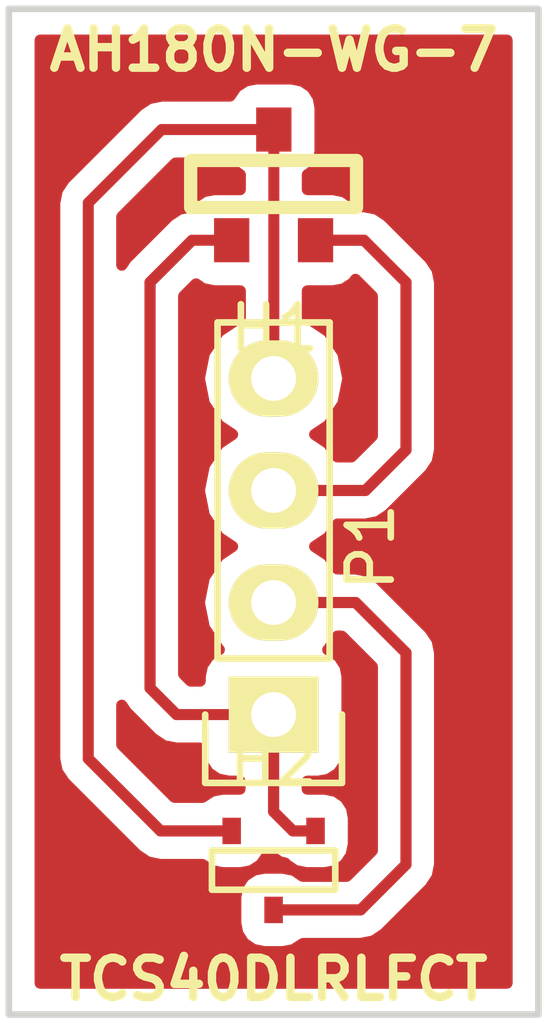
<source format=kicad_pcb>
(kicad_pcb (version 4) (host pcbnew 4.0.2-1.fc23-product)

  (general
    (links 6)
    (no_connects 0)
    (area 129.6 92.8 142.000001 116.000001)
    (thickness 1.6)
    (drawings 4)
    (tracks 25)
    (zones 0)
    (modules 3)
    (nets 5)
  )

  (page A4)
  (layers
    (0 F.Cu signal)
    (31 B.Cu signal)
    (32 B.Adhes user)
    (33 F.Adhes user)
    (34 B.Paste user)
    (35 F.Paste user)
    (36 B.SilkS user)
    (37 F.SilkS user)
    (38 B.Mask user)
    (39 F.Mask user)
    (40 Dwgs.User user)
    (41 Cmts.User user)
    (42 Eco1.User user)
    (43 Eco2.User user)
    (44 Edge.Cuts user)
    (45 Margin user)
    (46 B.CrtYd user)
    (47 F.CrtYd user)
    (48 B.Fab user)
    (49 F.Fab user)
  )

  (setup
    (last_trace_width 0.254)
    (trace_clearance 0.2)
    (zone_clearance 0.508)
    (zone_45_only no)
    (trace_min 0.1524)
    (segment_width 0.2)
    (edge_width 0.15)
    (via_size 0.6)
    (via_drill 0.4)
    (via_min_size 0.4)
    (via_min_drill 0.3)
    (uvia_size 0.3)
    (uvia_drill 0.1)
    (uvias_allowed no)
    (uvia_min_size 0)
    (uvia_min_drill 0)
    (pcb_text_width 0.3)
    (pcb_text_size 1.5 1.5)
    (mod_edge_width 0.15)
    (mod_text_size 1 1)
    (mod_text_width 0.15)
    (pad_size 1.524 1.524)
    (pad_drill 0.762)
    (pad_to_mask_clearance 0.2)
    (aux_axis_origin 0 0)
    (visible_elements FFFFFF7F)
    (pcbplotparams
      (layerselection 0x00030_80000001)
      (usegerberextensions false)
      (excludeedgelayer true)
      (linewidth 0.100000)
      (plotframeref false)
      (viasonmask false)
      (mode 1)
      (useauxorigin false)
      (hpglpennumber 1)
      (hpglpenspeed 20)
      (hpglpendiameter 15)
      (hpglpenoverlay 2)
      (psnegative false)
      (psa4output false)
      (plotreference true)
      (plotvalue true)
      (plotinvisibletext false)
      (padsonsilk false)
      (subtractmaskfromsilk false)
      (outputformat 1)
      (mirror false)
      (drillshape 1)
      (scaleselection 1)
      (outputdirectory ""))
  )

  (net 0 "")
  (net 1 VCC)
  (net 2 GND)
  (net 3 /AH180-OUT)
  (net 4 /TCS40-OUT)

  (net_class Default "This is the default net class."
    (clearance 0.2)
    (trace_width 0.254)
    (via_dia 0.6)
    (via_drill 0.4)
    (uvia_dia 0.3)
    (uvia_drill 0.1)
    (add_net /AH180-OUT)
    (add_net /TCS40-OUT)
    (add_net GND)
    (add_net VCC)
  )

  (module hall_effect_breakout:AH180N-WG-7 (layer F.Cu) (tedit 57F1F7C5) (tstamp 57F1C40A)
    (at 135.8 97.2)
    (path /57F18F20)
    (fp_text reference H1 (at 0.02032 3.04292) (layer F.SilkS)
      (effects (font (size 1 1) (thickness 0.15)))
    )
    (fp_text value AH180N-WG-7 (at 0.00508 -3.26644) (layer F.SilkS)
      (effects (font (size 0.889 0.889) (thickness 0.1905)))
    )
    (fp_line (start -1.8796 -0.762) (end -1.8796 0.3048) (layer F.SilkS) (width 0.3))
    (fp_line (start -1.8796 0.3048) (end 1.8796 0.3048) (layer F.SilkS) (width 0.3))
    (fp_line (start 1.8796 0.3048) (end 1.8796 -0.762) (layer F.SilkS) (width 0.3))
    (fp_line (start 1.8796 -0.762) (end -1.8796 -0.762) (layer F.SilkS) (width 0.3))
    (pad 1 smd rect (at -0.95 1.04648) (size 0.8 1) (layers F.Cu F.Paste F.Mask)
      (net 1 VCC))
    (pad 2 smd rect (at 0.00508 -1.46304) (size 0.8 1) (layers F.Cu F.Paste F.Mask)
      (net 2 GND))
    (pad 3 smd rect (at 0.95 1.04648) (size 0.8 1) (layers F.Cu F.Paste F.Mask)
      (net 3 /AH180-OUT))
  )

  (module Pin_Headers:Pin_Header_Straight_1x04 (layer F.Cu) (tedit 57F1F7D1) (tstamp 57F1C412)
    (at 135.8 109 180)
    (descr "Through hole pin header")
    (tags "pin header")
    (path /57F1B260)
    (fp_text reference P1 (at -2.2 3.8 270) (layer F.SilkS)
      (effects (font (size 1 1) (thickness 0.15)))
    )
    (fp_text value CONN_01X04 (at 4 5.4 270) (layer F.Fab) hide
      (effects (font (size 1 1) (thickness 0.15)))
    )
    (fp_line (start -1.75 -1.75) (end -1.75 9.4) (layer F.CrtYd) (width 0.05))
    (fp_line (start 1.75 -1.75) (end 1.75 9.4) (layer F.CrtYd) (width 0.05))
    (fp_line (start -1.75 -1.75) (end 1.75 -1.75) (layer F.CrtYd) (width 0.05))
    (fp_line (start -1.75 9.4) (end 1.75 9.4) (layer F.CrtYd) (width 0.05))
    (fp_line (start -1.27 1.27) (end -1.27 8.89) (layer F.SilkS) (width 0.15))
    (fp_line (start 1.27 1.27) (end 1.27 8.89) (layer F.SilkS) (width 0.15))
    (fp_line (start 1.55 -1.55) (end 1.55 0) (layer F.SilkS) (width 0.15))
    (fp_line (start -1.27 8.89) (end 1.27 8.89) (layer F.SilkS) (width 0.15))
    (fp_line (start 1.27 1.27) (end -1.27 1.27) (layer F.SilkS) (width 0.15))
    (fp_line (start -1.55 0) (end -1.55 -1.55) (layer F.SilkS) (width 0.15))
    (fp_line (start -1.55 -1.55) (end 1.55 -1.55) (layer F.SilkS) (width 0.15))
    (pad 1 thru_hole rect (at 0 0 180) (size 2.032 1.7272) (drill 1.016) (layers *.Cu *.Mask F.SilkS)
      (net 1 VCC))
    (pad 2 thru_hole oval (at 0 2.54 180) (size 2.032 1.7272) (drill 1.016) (layers *.Cu *.Mask F.SilkS)
      (net 4 /TCS40-OUT))
    (pad 3 thru_hole oval (at 0 5.08 180) (size 2.032 1.7272) (drill 1.016) (layers *.Cu *.Mask F.SilkS)
      (net 3 /AH180-OUT))
    (pad 4 thru_hole oval (at 0 7.62 180) (size 2.032 1.7272) (drill 1.016) (layers *.Cu *.Mask F.SilkS)
      (net 2 GND))
    (model Pin_Headers.3dshapes/Pin_Header_Straight_1x04.wrl
      (at (xyz 0 -0.15 0))
      (scale (xyz 1 1 1))
      (rotate (xyz 0 0 90))
    )
  )

  (module hall_effect_breakout:TCS40DLR,LF (layer F.Cu) (tedit 57F1F7B6) (tstamp 57F1F5B3)
    (at 135.8 112.4 180)
    (path /57F1AF9E)
    (fp_text reference H2 (at 0 2.3368 180) (layer F.SilkS)
      (effects (font (size 1 1) (thickness 0.15)))
    )
    (fp_text value TCS40DLRLFCT (at 0 -2.6 180) (layer F.SilkS)
      (effects (font (size 0.889 0.889) (thickness 0.1905)))
    )
    (fp_line (start -1.397 -0.5715) (end -1.397 0.3175) (layer F.SilkS) (width 0.15))
    (fp_line (start -1.397 0.3175) (end 1.397 0.3175) (layer F.SilkS) (width 0.15))
    (fp_line (start 1.397 0.3175) (end 1.397 -0.5715) (layer F.SilkS) (width 0.15))
    (fp_line (start 1.397 -0.5715) (end -1.397 -0.5715) (layer F.SilkS) (width 0.15))
    (pad 1 smd rect (at -0.95 0.762 180) (size 0.42 0.6) (layers F.Cu F.Paste F.Mask)
      (net 1 VCC))
    (pad 2 smd rect (at 0.95 0.762 180) (size 0.42 0.6) (layers F.Cu F.Paste F.Mask)
      (net 2 GND))
    (pad 3 smd rect (at 0 -1.0287 180) (size 0.42 0.6) (layers F.Cu F.Paste F.Mask)
      (net 4 /TCS40-OUT))
  )

  (gr_line (start 141.8 93) (end 129.8 93) (angle 90) (layer Edge.Cuts) (width 0.15))
  (gr_line (start 141.8 115.8) (end 141.8 93) (angle 90) (layer Edge.Cuts) (width 0.15))
  (gr_line (start 129.8 115.8) (end 141.8 115.8) (angle 90) (layer Edge.Cuts) (width 0.15))
  (gr_line (start 129.8 93) (end 129.8 115.8) (angle 90) (layer Edge.Cuts) (width 0.15))

  (segment (start 136.75 111.638) (end 136.238 111.638) (width 0.254) (layer F.Cu) (net 1))
  (segment (start 135.8 111.2) (end 135.8 109) (width 0.254) (layer F.Cu) (net 1) (tstamp 57F1F67A))
  (segment (start 136.238 111.638) (end 135.8 111.2) (width 0.254) (layer F.Cu) (net 1) (tstamp 57F1F679))
  (segment (start 134.85 98.24648) (end 133.95352 98.24648) (width 0.25) (layer F.Cu) (net 1))
  (segment (start 133.6 109) (end 135.8 109) (width 0.25) (layer F.Cu) (net 1) (tstamp 57F1E38C))
  (segment (start 133 108.4) (end 133.6 109) (width 0.254) (layer F.Cu) (net 1) (tstamp 57F1E38A))
  (segment (start 133 99.2) (end 133 108.4) (width 0.254) (layer F.Cu) (net 1) (tstamp 57F1E389))
  (segment (start 133.95352 98.24648) (end 133 99.2) (width 0.254) (layer F.Cu) (net 1) (tstamp 57F1E388))
  (segment (start 135.80508 95.73696) (end 133.26304 95.73696) (width 0.25) (layer F.Cu) (net 2))
  (segment (start 133.238 111.638) (end 134.85 111.638) (width 0.254) (layer F.Cu) (net 2) (tstamp 57F1F5F0))
  (segment (start 131.6 110) (end 133.238 111.638) (width 0.254) (layer F.Cu) (net 2) (tstamp 57F1F5EE))
  (segment (start 131.6 97.4) (end 131.6 110) (width 0.25) (layer F.Cu) (net 2) (tstamp 57F1F5EB))
  (segment (start 133.26304 95.73696) (end 131.6 97.4) (width 0.25) (layer F.Cu) (net 2) (tstamp 57F1F5E6))
  (segment (start 135.80508 95.73696) (end 135.80508 101.37492) (width 0.25) (layer F.Cu) (net 2))
  (segment (start 135.80508 101.37492) (end 135.8 101.38) (width 0.25) (layer F.Cu) (net 2) (tstamp 57F1E397))
  (segment (start 136.75 98.24648) (end 137.84648 98.24648) (width 0.254) (layer F.Cu) (net 3))
  (segment (start 137.88 103.92) (end 135.8 103.92) (width 0.254) (layer F.Cu) (net 3) (tstamp 57F1F6BE))
  (segment (start 138.8 103) (end 137.88 103.92) (width 0.254) (layer F.Cu) (net 3) (tstamp 57F1F6B8))
  (segment (start 138.8 99.2) (end 138.8 103) (width 0.254) (layer F.Cu) (net 3) (tstamp 57F1F6B6))
  (segment (start 137.84648 98.24648) (end 138.8 99.2) (width 0.254) (layer F.Cu) (net 3) (tstamp 57F1F6B2))
  (segment (start 135.8 106.46) (end 137.66 106.46) (width 0.254) (layer F.Cu) (net 4))
  (segment (start 137.7713 113.4287) (end 135.8 113.4287) (width 0.254) (layer F.Cu) (net 4) (tstamp 57F1F6CA))
  (segment (start 138.8 112.4) (end 137.7713 113.4287) (width 0.254) (layer F.Cu) (net 4) (tstamp 57F1F6C9))
  (segment (start 138.8 107.6) (end 138.8 112.4) (width 0.254) (layer F.Cu) (net 4) (tstamp 57F1F6C5))
  (segment (start 137.66 106.46) (end 138.8 107.6) (width 0.254) (layer F.Cu) (net 4) (tstamp 57F1F6C1))

  (zone (net 0) (net_name "") (layer F.Cu) (tstamp 57F1F7F4) (hatch edge 0.508)
    (connect_pads (clearance 0.508))
    (min_thickness 0.254)
    (fill yes (arc_segments 16) (thermal_gap 0.508) (thermal_bridge_width 0.508))
    (polygon
      (pts
        (xy 142 116) (xy 129.6 116) (xy 129.6 92.8) (xy 142 92.8) (xy 142 116)
      )
    )
    (filled_polygon
      (pts
        (xy 141.09 115.09) (xy 130.51 115.09) (xy 130.51 110) (xy 130.838001 110) (xy 130.896004 110.291604)
        (xy 131.061185 110.538815) (xy 132.699185 112.176815) (xy 132.946395 112.341996) (xy 133.238 112.4) (xy 134.191364 112.4)
        (xy 134.38811 112.534431) (xy 134.64 112.58544) (xy 135.06 112.58544) (xy 135.295317 112.541162) (xy 135.511441 112.40209)
        (xy 135.656431 112.18989) (xy 135.665833 112.143464) (xy 135.699185 112.176816) (xy 135.946396 112.341997) (xy 136.05991 112.364576)
        (xy 136.07591 112.389441) (xy 136.28811 112.534431) (xy 136.54 112.58544) (xy 136.96 112.58544) (xy 137.195317 112.541162)
        (xy 137.411441 112.40209) (xy 137.556431 112.18989) (xy 137.60744 111.938) (xy 137.60744 111.338) (xy 137.563162 111.102683)
        (xy 137.42409 110.886559) (xy 137.21189 110.741569) (xy 136.96 110.69056) (xy 136.562 110.69056) (xy 136.562 110.51104)
        (xy 136.816 110.51104) (xy 137.051317 110.466762) (xy 137.267441 110.32769) (xy 137.412431 110.11549) (xy 137.46344 109.8636)
        (xy 137.46344 108.1364) (xy 137.419162 107.901083) (xy 137.28009 107.684959) (xy 137.06789 107.539969) (xy 137.026561 107.5316)
        (xy 137.044415 107.51967) (xy 137.243312 107.222) (xy 137.34437 107.222) (xy 138.038 107.915631) (xy 138.038 112.084369)
        (xy 137.45567 112.6667) (xy 136.458636 112.6667) (xy 136.26189 112.532269) (xy 136.01 112.48126) (xy 135.59 112.48126)
        (xy 135.354683 112.525538) (xy 135.138559 112.66461) (xy 134.993569 112.87681) (xy 134.94256 113.1287) (xy 134.94256 113.7287)
        (xy 134.986838 113.964017) (xy 135.12591 114.180141) (xy 135.33811 114.325131) (xy 135.59 114.37614) (xy 136.01 114.37614)
        (xy 136.245317 114.331862) (xy 136.461441 114.19279) (xy 136.462869 114.1907) (xy 137.7713 114.1907) (xy 138.062905 114.132696)
        (xy 138.310115 113.967515) (xy 139.338815 112.938816) (xy 139.503996 112.691605) (xy 139.509366 112.66461) (xy 139.562 112.4)
        (xy 139.562 107.6) (xy 139.503996 107.308395) (xy 139.446269 107.222) (xy 139.338815 107.061184) (xy 138.198815 105.921185)
        (xy 138.146922 105.886511) (xy 137.951605 105.756004) (xy 137.66 105.698) (xy 137.243312 105.698) (xy 137.044415 105.40033)
        (xy 136.729634 105.19) (xy 137.044415 104.97967) (xy 137.243312 104.682) (xy 137.88 104.682) (xy 138.171605 104.623996)
        (xy 138.418815 104.458815) (xy 139.338815 103.538816) (xy 139.503996 103.291605) (xy 139.519034 103.216004) (xy 139.562 103)
        (xy 139.562 99.2) (xy 139.503996 98.908395) (xy 139.338815 98.661185) (xy 138.385295 97.707665) (xy 138.360113 97.690839)
        (xy 138.138085 97.542484) (xy 137.84648 97.48448) (xy 137.735992 97.48448) (xy 137.61409 97.295039) (xy 137.40189 97.150049)
        (xy 137.15 97.09904) (xy 136.56508 97.09904) (xy 136.56508 96.759891) (xy 136.656521 96.70105) (xy 136.801511 96.48885)
        (xy 136.85252 96.23696) (xy 136.85252 95.23696) (xy 136.808242 95.001643) (xy 136.66917 94.785519) (xy 136.45697 94.640529)
        (xy 136.20508 94.58952) (xy 135.40508 94.58952) (xy 135.169763 94.633798) (xy 134.953639 94.77287) (xy 134.81419 94.97696)
        (xy 133.26304 94.97696) (xy 132.972201 95.034812) (xy 132.725639 95.199559) (xy 131.062599 96.862599) (xy 130.897852 97.109161)
        (xy 130.84 97.4) (xy 130.84 109.98995) (xy 130.838001 110) (xy 130.51 110) (xy 130.51 93.71)
        (xy 141.09 93.71)
      )
    )
    (filled_polygon
      (pts
        (xy 132.461185 108.938815) (xy 133.061185 109.538815) (xy 133.308395 109.703996) (xy 133.6 109.761999) (xy 133.61005 109.76)
        (xy 134.13656 109.76) (xy 134.13656 109.8636) (xy 134.180838 110.098917) (xy 134.31991 110.315041) (xy 134.53211 110.460031)
        (xy 134.784 110.51104) (xy 135.038 110.51104) (xy 135.038 110.69056) (xy 134.64 110.69056) (xy 134.404683 110.734838)
        (xy 134.188559 110.87391) (xy 134.187131 110.876) (xy 133.55363 110.876) (xy 132.36 109.68237) (xy 132.36 108.787381)
      )
    )
    (filled_polygon
      (pts
        (xy 134.19811 99.342911) (xy 134.45 99.39392) (xy 135.04508 99.39392) (xy 135.04508 99.994815) (xy 135.041766 99.995474)
        (xy 134.555585 100.32033) (xy 134.230729 100.806511) (xy 134.116655 101.38) (xy 134.230729 101.953489) (xy 134.555585 102.43967)
        (xy 134.870366 102.65) (xy 134.555585 102.86033) (xy 134.230729 103.346511) (xy 134.116655 103.92) (xy 134.230729 104.493489)
        (xy 134.555585 104.97967) (xy 134.870366 105.19) (xy 134.555585 105.40033) (xy 134.230729 105.886511) (xy 134.116655 106.46)
        (xy 134.230729 107.033489) (xy 134.555585 107.51967) (xy 134.569913 107.529243) (xy 134.548683 107.533238) (xy 134.332559 107.67231)
        (xy 134.187569 107.88451) (xy 134.13656 108.1364) (xy 134.13656 108.24) (xy 133.91763 108.24) (xy 133.762 108.08437)
        (xy 133.762 99.51563) (xy 134.041634 99.235996)
      )
    )
    (filled_polygon
      (pts
        (xy 138.038 99.51563) (xy 138.038 102.684369) (xy 137.56437 103.158) (xy 137.243312 103.158) (xy 137.044415 102.86033)
        (xy 136.729634 102.65) (xy 137.044415 102.43967) (xy 137.369271 101.953489) (xy 137.483345 101.38) (xy 137.369271 100.806511)
        (xy 137.044415 100.32033) (xy 136.56508 100.000048) (xy 136.56508 99.39392) (xy 137.15 99.39392) (xy 137.385317 99.349642)
        (xy 137.601441 99.21057) (xy 137.654819 99.132449)
      )
    )
    (filled_polygon
      (pts
        (xy 134.94099 96.688401) (xy 135.04508 96.759523) (xy 135.04508 97.09904) (xy 134.45 97.09904) (xy 134.214683 97.143318)
        (xy 133.998559 97.28239) (xy 133.853569 97.49459) (xy 133.851507 97.504772) (xy 133.661916 97.542484) (xy 133.414705 97.707665)
        (xy 132.461185 98.661185) (xy 132.36 98.812619) (xy 132.36 97.714802) (xy 133.577842 96.49696) (xy 134.817801 96.49696)
      )
    )
  )
)

</source>
